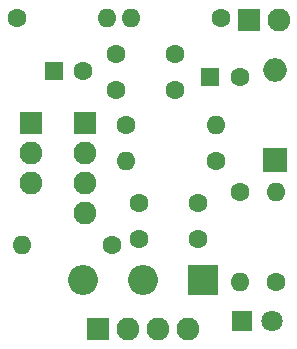
<source format=gbs>
G04 #@! TF.GenerationSoftware,KiCad,Pcbnew,6.0.0+dfsg1-2*
G04 #@! TF.CreationDate,2022-01-11T20:51:11+02:00*
G04 #@! TF.ProjectId,cabeza-de-carne,63616265-7a61-42d6-9465-2d6361726e65,rev?*
G04 #@! TF.SameCoordinates,Original*
G04 #@! TF.FileFunction,Soldermask,Bot*
G04 #@! TF.FilePolarity,Negative*
%FSLAX46Y46*%
G04 Gerber Fmt 4.6, Leading zero omitted, Abs format (unit mm)*
G04 Created by KiCad (PCBNEW 6.0.0+dfsg1-2) date 2022-01-11 20:51:11*
%MOMM*%
%LPD*%
G01*
G04 APERTURE LIST*
%ADD10O,1.930400X1.930400*%
%ADD11R,1.930400X1.930400*%
%ADD12R,2.000000X2.000000*%
%ADD13O,2.000000X2.000000*%
%ADD14C,1.800000*%
%ADD15R,1.800000X1.800000*%
%ADD16O,2.540000X2.540000*%
%ADD17R,2.540000X2.540000*%
%ADD18O,1.600000X1.600000*%
%ADD19C,1.600000*%
%ADD20R,1.600000X1.600000*%
G04 APERTURE END LIST*
D10*
X232613200Y35966400D03*
X232613200Y38506400D03*
X232613200Y41046400D03*
D11*
X232613200Y43586400D03*
D12*
X248716800Y40449500D03*
D13*
X248716800Y48069500D03*
D14*
X248412000Y26771600D03*
D15*
X245872000Y26771600D03*
D16*
X232473501Y30289499D03*
X237553501Y30289499D03*
D17*
X242633501Y30289499D03*
D18*
X227279200Y33223200D03*
D19*
X234899200Y33223200D03*
D18*
X248767600Y37744400D03*
D19*
X248767600Y30124400D03*
D18*
X234442000Y52451000D03*
D19*
X226822000Y52451000D03*
D18*
X243738400Y43383200D03*
D19*
X236118400Y43383200D03*
D18*
X236537500Y52451000D03*
D19*
X244157500Y52451000D03*
D18*
X236118400Y40335200D03*
D19*
X243738400Y40335200D03*
D18*
X245770400Y30124400D03*
D19*
X245770400Y37744400D03*
D10*
X228041200Y38506400D03*
X228041200Y41046400D03*
D11*
X228041200Y43586400D03*
D10*
X249047000Y52324000D03*
D11*
X246507000Y52324000D03*
D10*
X241350800Y26111200D03*
X238810800Y26111200D03*
X236270800Y26111200D03*
D11*
X233730800Y26111200D03*
D19*
X245705000Y47434500D03*
D20*
X243205000Y47434500D03*
D19*
X232471600Y47955200D03*
D20*
X229971600Y47955200D03*
D19*
X237201700Y33794700D03*
X242201700Y33794700D03*
X240204000Y49377600D03*
X235204000Y49377600D03*
X240204000Y46329600D03*
X235204000Y46329600D03*
X242185200Y36830000D03*
X237185200Y36830000D03*
M02*

</source>
